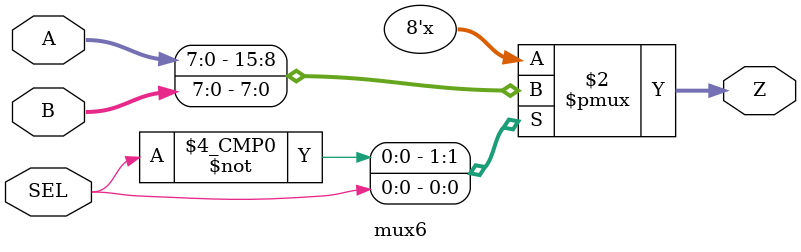
<source format=sv>

module mux6(
    input [7:0] A,B,
    input SEL,
    output logic [7:0] Z
    );

  always_comb begin
    case(SEL)
      1'b0: Z = A;
      1'b1: Z = B;

    endcase
  end

endmodule
</source>
